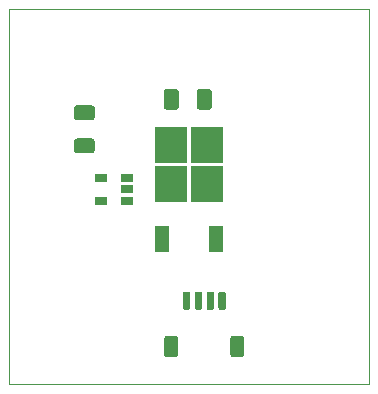
<source format=gbr>
G04 #@! TF.GenerationSoftware,KiCad,Pcbnew,(5.1.5)-3*
G04 #@! TF.CreationDate,2020-04-20T18:44:57+02:00*
G04 #@! TF.ProjectId,RS485-Modbus-Tiny-Sensor-Module,52533438-352d-44d6-9f64-6275732d5469,rev?*
G04 #@! TF.SameCoordinates,Original*
G04 #@! TF.FileFunction,Paste,Bot*
G04 #@! TF.FilePolarity,Positive*
%FSLAX46Y46*%
G04 Gerber Fmt 4.6, Leading zero omitted, Abs format (unit mm)*
G04 Created by KiCad (PCBNEW (5.1.5)-3) date 2020-04-20 18:44:57*
%MOMM*%
%LPD*%
G04 APERTURE LIST*
%ADD10C,0.050000*%
%ADD11R,2.750000X3.050000*%
%ADD12R,1.200000X2.200000*%
%ADD13C,0.100000*%
%ADD14R,1.060000X0.650000*%
G04 APERTURE END LIST*
D10*
X213360000Y-115570000D02*
X182880000Y-115570000D01*
X213360000Y-83820000D02*
X213360000Y-115570000D01*
X182880000Y-83820000D02*
X213360000Y-83820000D01*
X182880000Y-115570000D02*
X182880000Y-83820000D01*
D11*
X196595000Y-98635000D03*
X199645000Y-95285000D03*
X199645000Y-98635000D03*
X196595000Y-95285000D03*
D12*
X195840000Y-103260000D03*
X200400000Y-103260000D03*
D13*
G36*
X196964505Y-111466204D02*
G01*
X196988773Y-111469804D01*
X197012572Y-111475765D01*
X197035671Y-111484030D01*
X197057850Y-111494520D01*
X197078893Y-111507132D01*
X197098599Y-111521747D01*
X197116777Y-111538223D01*
X197133253Y-111556401D01*
X197147868Y-111576107D01*
X197160480Y-111597150D01*
X197170970Y-111619329D01*
X197179235Y-111642428D01*
X197185196Y-111666227D01*
X197188796Y-111690495D01*
X197190000Y-111714999D01*
X197190000Y-113015001D01*
X197188796Y-113039505D01*
X197185196Y-113063773D01*
X197179235Y-113087572D01*
X197170970Y-113110671D01*
X197160480Y-113132850D01*
X197147868Y-113153893D01*
X197133253Y-113173599D01*
X197116777Y-113191777D01*
X197098599Y-113208253D01*
X197078893Y-113222868D01*
X197057850Y-113235480D01*
X197035671Y-113245970D01*
X197012572Y-113254235D01*
X196988773Y-113260196D01*
X196964505Y-113263796D01*
X196940001Y-113265000D01*
X196239999Y-113265000D01*
X196215495Y-113263796D01*
X196191227Y-113260196D01*
X196167428Y-113254235D01*
X196144329Y-113245970D01*
X196122150Y-113235480D01*
X196101107Y-113222868D01*
X196081401Y-113208253D01*
X196063223Y-113191777D01*
X196046747Y-113173599D01*
X196032132Y-113153893D01*
X196019520Y-113132850D01*
X196009030Y-113110671D01*
X196000765Y-113087572D01*
X195994804Y-113063773D01*
X195991204Y-113039505D01*
X195990000Y-113015001D01*
X195990000Y-111714999D01*
X195991204Y-111690495D01*
X195994804Y-111666227D01*
X196000765Y-111642428D01*
X196009030Y-111619329D01*
X196019520Y-111597150D01*
X196032132Y-111576107D01*
X196046747Y-111556401D01*
X196063223Y-111538223D01*
X196081401Y-111521747D01*
X196101107Y-111507132D01*
X196122150Y-111494520D01*
X196144329Y-111484030D01*
X196167428Y-111475765D01*
X196191227Y-111469804D01*
X196215495Y-111466204D01*
X196239999Y-111465000D01*
X196940001Y-111465000D01*
X196964505Y-111466204D01*
G37*
G36*
X202564505Y-111466204D02*
G01*
X202588773Y-111469804D01*
X202612572Y-111475765D01*
X202635671Y-111484030D01*
X202657850Y-111494520D01*
X202678893Y-111507132D01*
X202698599Y-111521747D01*
X202716777Y-111538223D01*
X202733253Y-111556401D01*
X202747868Y-111576107D01*
X202760480Y-111597150D01*
X202770970Y-111619329D01*
X202779235Y-111642428D01*
X202785196Y-111666227D01*
X202788796Y-111690495D01*
X202790000Y-111714999D01*
X202790000Y-113015001D01*
X202788796Y-113039505D01*
X202785196Y-113063773D01*
X202779235Y-113087572D01*
X202770970Y-113110671D01*
X202760480Y-113132850D01*
X202747868Y-113153893D01*
X202733253Y-113173599D01*
X202716777Y-113191777D01*
X202698599Y-113208253D01*
X202678893Y-113222868D01*
X202657850Y-113235480D01*
X202635671Y-113245970D01*
X202612572Y-113254235D01*
X202588773Y-113260196D01*
X202564505Y-113263796D01*
X202540001Y-113265000D01*
X201839999Y-113265000D01*
X201815495Y-113263796D01*
X201791227Y-113260196D01*
X201767428Y-113254235D01*
X201744329Y-113245970D01*
X201722150Y-113235480D01*
X201701107Y-113222868D01*
X201681401Y-113208253D01*
X201663223Y-113191777D01*
X201646747Y-113173599D01*
X201632132Y-113153893D01*
X201619520Y-113132850D01*
X201609030Y-113110671D01*
X201600765Y-113087572D01*
X201594804Y-113063773D01*
X201591204Y-113039505D01*
X201590000Y-113015001D01*
X201590000Y-111714999D01*
X201591204Y-111690495D01*
X201594804Y-111666227D01*
X201600765Y-111642428D01*
X201609030Y-111619329D01*
X201619520Y-111597150D01*
X201632132Y-111576107D01*
X201646747Y-111556401D01*
X201663223Y-111538223D01*
X201681401Y-111521747D01*
X201701107Y-111507132D01*
X201722150Y-111494520D01*
X201744329Y-111484030D01*
X201767428Y-111475765D01*
X201791227Y-111469804D01*
X201815495Y-111466204D01*
X201839999Y-111465000D01*
X202540001Y-111465000D01*
X202564505Y-111466204D01*
G37*
G36*
X198054703Y-107715722D02*
G01*
X198069264Y-107717882D01*
X198083543Y-107721459D01*
X198097403Y-107726418D01*
X198110710Y-107732712D01*
X198123336Y-107740280D01*
X198135159Y-107749048D01*
X198146066Y-107758934D01*
X198155952Y-107769841D01*
X198164720Y-107781664D01*
X198172288Y-107794290D01*
X198178582Y-107807597D01*
X198183541Y-107821457D01*
X198187118Y-107835736D01*
X198189278Y-107850297D01*
X198190000Y-107865000D01*
X198190000Y-109115000D01*
X198189278Y-109129703D01*
X198187118Y-109144264D01*
X198183541Y-109158543D01*
X198178582Y-109172403D01*
X198172288Y-109185710D01*
X198164720Y-109198336D01*
X198155952Y-109210159D01*
X198146066Y-109221066D01*
X198135159Y-109230952D01*
X198123336Y-109239720D01*
X198110710Y-109247288D01*
X198097403Y-109253582D01*
X198083543Y-109258541D01*
X198069264Y-109262118D01*
X198054703Y-109264278D01*
X198040000Y-109265000D01*
X197740000Y-109265000D01*
X197725297Y-109264278D01*
X197710736Y-109262118D01*
X197696457Y-109258541D01*
X197682597Y-109253582D01*
X197669290Y-109247288D01*
X197656664Y-109239720D01*
X197644841Y-109230952D01*
X197633934Y-109221066D01*
X197624048Y-109210159D01*
X197615280Y-109198336D01*
X197607712Y-109185710D01*
X197601418Y-109172403D01*
X197596459Y-109158543D01*
X197592882Y-109144264D01*
X197590722Y-109129703D01*
X197590000Y-109115000D01*
X197590000Y-107865000D01*
X197590722Y-107850297D01*
X197592882Y-107835736D01*
X197596459Y-107821457D01*
X197601418Y-107807597D01*
X197607712Y-107794290D01*
X197615280Y-107781664D01*
X197624048Y-107769841D01*
X197633934Y-107758934D01*
X197644841Y-107749048D01*
X197656664Y-107740280D01*
X197669290Y-107732712D01*
X197682597Y-107726418D01*
X197696457Y-107721459D01*
X197710736Y-107717882D01*
X197725297Y-107715722D01*
X197740000Y-107715000D01*
X198040000Y-107715000D01*
X198054703Y-107715722D01*
G37*
G36*
X199054703Y-107715722D02*
G01*
X199069264Y-107717882D01*
X199083543Y-107721459D01*
X199097403Y-107726418D01*
X199110710Y-107732712D01*
X199123336Y-107740280D01*
X199135159Y-107749048D01*
X199146066Y-107758934D01*
X199155952Y-107769841D01*
X199164720Y-107781664D01*
X199172288Y-107794290D01*
X199178582Y-107807597D01*
X199183541Y-107821457D01*
X199187118Y-107835736D01*
X199189278Y-107850297D01*
X199190000Y-107865000D01*
X199190000Y-109115000D01*
X199189278Y-109129703D01*
X199187118Y-109144264D01*
X199183541Y-109158543D01*
X199178582Y-109172403D01*
X199172288Y-109185710D01*
X199164720Y-109198336D01*
X199155952Y-109210159D01*
X199146066Y-109221066D01*
X199135159Y-109230952D01*
X199123336Y-109239720D01*
X199110710Y-109247288D01*
X199097403Y-109253582D01*
X199083543Y-109258541D01*
X199069264Y-109262118D01*
X199054703Y-109264278D01*
X199040000Y-109265000D01*
X198740000Y-109265000D01*
X198725297Y-109264278D01*
X198710736Y-109262118D01*
X198696457Y-109258541D01*
X198682597Y-109253582D01*
X198669290Y-109247288D01*
X198656664Y-109239720D01*
X198644841Y-109230952D01*
X198633934Y-109221066D01*
X198624048Y-109210159D01*
X198615280Y-109198336D01*
X198607712Y-109185710D01*
X198601418Y-109172403D01*
X198596459Y-109158543D01*
X198592882Y-109144264D01*
X198590722Y-109129703D01*
X198590000Y-109115000D01*
X198590000Y-107865000D01*
X198590722Y-107850297D01*
X198592882Y-107835736D01*
X198596459Y-107821457D01*
X198601418Y-107807597D01*
X198607712Y-107794290D01*
X198615280Y-107781664D01*
X198624048Y-107769841D01*
X198633934Y-107758934D01*
X198644841Y-107749048D01*
X198656664Y-107740280D01*
X198669290Y-107732712D01*
X198682597Y-107726418D01*
X198696457Y-107721459D01*
X198710736Y-107717882D01*
X198725297Y-107715722D01*
X198740000Y-107715000D01*
X199040000Y-107715000D01*
X199054703Y-107715722D01*
G37*
G36*
X200054703Y-107715722D02*
G01*
X200069264Y-107717882D01*
X200083543Y-107721459D01*
X200097403Y-107726418D01*
X200110710Y-107732712D01*
X200123336Y-107740280D01*
X200135159Y-107749048D01*
X200146066Y-107758934D01*
X200155952Y-107769841D01*
X200164720Y-107781664D01*
X200172288Y-107794290D01*
X200178582Y-107807597D01*
X200183541Y-107821457D01*
X200187118Y-107835736D01*
X200189278Y-107850297D01*
X200190000Y-107865000D01*
X200190000Y-109115000D01*
X200189278Y-109129703D01*
X200187118Y-109144264D01*
X200183541Y-109158543D01*
X200178582Y-109172403D01*
X200172288Y-109185710D01*
X200164720Y-109198336D01*
X200155952Y-109210159D01*
X200146066Y-109221066D01*
X200135159Y-109230952D01*
X200123336Y-109239720D01*
X200110710Y-109247288D01*
X200097403Y-109253582D01*
X200083543Y-109258541D01*
X200069264Y-109262118D01*
X200054703Y-109264278D01*
X200040000Y-109265000D01*
X199740000Y-109265000D01*
X199725297Y-109264278D01*
X199710736Y-109262118D01*
X199696457Y-109258541D01*
X199682597Y-109253582D01*
X199669290Y-109247288D01*
X199656664Y-109239720D01*
X199644841Y-109230952D01*
X199633934Y-109221066D01*
X199624048Y-109210159D01*
X199615280Y-109198336D01*
X199607712Y-109185710D01*
X199601418Y-109172403D01*
X199596459Y-109158543D01*
X199592882Y-109144264D01*
X199590722Y-109129703D01*
X199590000Y-109115000D01*
X199590000Y-107865000D01*
X199590722Y-107850297D01*
X199592882Y-107835736D01*
X199596459Y-107821457D01*
X199601418Y-107807597D01*
X199607712Y-107794290D01*
X199615280Y-107781664D01*
X199624048Y-107769841D01*
X199633934Y-107758934D01*
X199644841Y-107749048D01*
X199656664Y-107740280D01*
X199669290Y-107732712D01*
X199682597Y-107726418D01*
X199696457Y-107721459D01*
X199710736Y-107717882D01*
X199725297Y-107715722D01*
X199740000Y-107715000D01*
X200040000Y-107715000D01*
X200054703Y-107715722D01*
G37*
G36*
X201054703Y-107715722D02*
G01*
X201069264Y-107717882D01*
X201083543Y-107721459D01*
X201097403Y-107726418D01*
X201110710Y-107732712D01*
X201123336Y-107740280D01*
X201135159Y-107749048D01*
X201146066Y-107758934D01*
X201155952Y-107769841D01*
X201164720Y-107781664D01*
X201172288Y-107794290D01*
X201178582Y-107807597D01*
X201183541Y-107821457D01*
X201187118Y-107835736D01*
X201189278Y-107850297D01*
X201190000Y-107865000D01*
X201190000Y-109115000D01*
X201189278Y-109129703D01*
X201187118Y-109144264D01*
X201183541Y-109158543D01*
X201178582Y-109172403D01*
X201172288Y-109185710D01*
X201164720Y-109198336D01*
X201155952Y-109210159D01*
X201146066Y-109221066D01*
X201135159Y-109230952D01*
X201123336Y-109239720D01*
X201110710Y-109247288D01*
X201097403Y-109253582D01*
X201083543Y-109258541D01*
X201069264Y-109262118D01*
X201054703Y-109264278D01*
X201040000Y-109265000D01*
X200740000Y-109265000D01*
X200725297Y-109264278D01*
X200710736Y-109262118D01*
X200696457Y-109258541D01*
X200682597Y-109253582D01*
X200669290Y-109247288D01*
X200656664Y-109239720D01*
X200644841Y-109230952D01*
X200633934Y-109221066D01*
X200624048Y-109210159D01*
X200615280Y-109198336D01*
X200607712Y-109185710D01*
X200601418Y-109172403D01*
X200596459Y-109158543D01*
X200592882Y-109144264D01*
X200590722Y-109129703D01*
X200590000Y-109115000D01*
X200590000Y-107865000D01*
X200590722Y-107850297D01*
X200592882Y-107835736D01*
X200596459Y-107821457D01*
X200601418Y-107807597D01*
X200607712Y-107794290D01*
X200615280Y-107781664D01*
X200624048Y-107769841D01*
X200633934Y-107758934D01*
X200644841Y-107749048D01*
X200656664Y-107740280D01*
X200669290Y-107732712D01*
X200682597Y-107726418D01*
X200696457Y-107721459D01*
X200710736Y-107717882D01*
X200725297Y-107715722D01*
X200740000Y-107715000D01*
X201040000Y-107715000D01*
X201054703Y-107715722D01*
G37*
D14*
X190670000Y-98110000D03*
X190670000Y-100010000D03*
X192870000Y-100010000D03*
X192870000Y-99060000D03*
X192870000Y-98110000D03*
D13*
G36*
X189879504Y-91956204D02*
G01*
X189903773Y-91959804D01*
X189927571Y-91965765D01*
X189950671Y-91974030D01*
X189972849Y-91984520D01*
X189993893Y-91997133D01*
X190013598Y-92011747D01*
X190031777Y-92028223D01*
X190048253Y-92046402D01*
X190062867Y-92066107D01*
X190075480Y-92087151D01*
X190085970Y-92109329D01*
X190094235Y-92132429D01*
X190100196Y-92156227D01*
X190103796Y-92180496D01*
X190105000Y-92205000D01*
X190105000Y-92955000D01*
X190103796Y-92979504D01*
X190100196Y-93003773D01*
X190094235Y-93027571D01*
X190085970Y-93050671D01*
X190075480Y-93072849D01*
X190062867Y-93093893D01*
X190048253Y-93113598D01*
X190031777Y-93131777D01*
X190013598Y-93148253D01*
X189993893Y-93162867D01*
X189972849Y-93175480D01*
X189950671Y-93185970D01*
X189927571Y-93194235D01*
X189903773Y-93200196D01*
X189879504Y-93203796D01*
X189855000Y-93205000D01*
X188605000Y-93205000D01*
X188580496Y-93203796D01*
X188556227Y-93200196D01*
X188532429Y-93194235D01*
X188509329Y-93185970D01*
X188487151Y-93175480D01*
X188466107Y-93162867D01*
X188446402Y-93148253D01*
X188428223Y-93131777D01*
X188411747Y-93113598D01*
X188397133Y-93093893D01*
X188384520Y-93072849D01*
X188374030Y-93050671D01*
X188365765Y-93027571D01*
X188359804Y-93003773D01*
X188356204Y-92979504D01*
X188355000Y-92955000D01*
X188355000Y-92205000D01*
X188356204Y-92180496D01*
X188359804Y-92156227D01*
X188365765Y-92132429D01*
X188374030Y-92109329D01*
X188384520Y-92087151D01*
X188397133Y-92066107D01*
X188411747Y-92046402D01*
X188428223Y-92028223D01*
X188446402Y-92011747D01*
X188466107Y-91997133D01*
X188487151Y-91984520D01*
X188509329Y-91974030D01*
X188532429Y-91965765D01*
X188556227Y-91959804D01*
X188580496Y-91956204D01*
X188605000Y-91955000D01*
X189855000Y-91955000D01*
X189879504Y-91956204D01*
G37*
G36*
X189879504Y-94756204D02*
G01*
X189903773Y-94759804D01*
X189927571Y-94765765D01*
X189950671Y-94774030D01*
X189972849Y-94784520D01*
X189993893Y-94797133D01*
X190013598Y-94811747D01*
X190031777Y-94828223D01*
X190048253Y-94846402D01*
X190062867Y-94866107D01*
X190075480Y-94887151D01*
X190085970Y-94909329D01*
X190094235Y-94932429D01*
X190100196Y-94956227D01*
X190103796Y-94980496D01*
X190105000Y-95005000D01*
X190105000Y-95755000D01*
X190103796Y-95779504D01*
X190100196Y-95803773D01*
X190094235Y-95827571D01*
X190085970Y-95850671D01*
X190075480Y-95872849D01*
X190062867Y-95893893D01*
X190048253Y-95913598D01*
X190031777Y-95931777D01*
X190013598Y-95948253D01*
X189993893Y-95962867D01*
X189972849Y-95975480D01*
X189950671Y-95985970D01*
X189927571Y-95994235D01*
X189903773Y-96000196D01*
X189879504Y-96003796D01*
X189855000Y-96005000D01*
X188605000Y-96005000D01*
X188580496Y-96003796D01*
X188556227Y-96000196D01*
X188532429Y-95994235D01*
X188509329Y-95985970D01*
X188487151Y-95975480D01*
X188466107Y-95962867D01*
X188446402Y-95948253D01*
X188428223Y-95931777D01*
X188411747Y-95913598D01*
X188397133Y-95893893D01*
X188384520Y-95872849D01*
X188374030Y-95850671D01*
X188365765Y-95827571D01*
X188359804Y-95803773D01*
X188356204Y-95779504D01*
X188355000Y-95755000D01*
X188355000Y-95005000D01*
X188356204Y-94980496D01*
X188359804Y-94956227D01*
X188365765Y-94932429D01*
X188374030Y-94909329D01*
X188384520Y-94887151D01*
X188397133Y-94866107D01*
X188411747Y-94846402D01*
X188428223Y-94828223D01*
X188446402Y-94811747D01*
X188466107Y-94797133D01*
X188487151Y-94784520D01*
X188509329Y-94774030D01*
X188532429Y-94765765D01*
X188556227Y-94759804D01*
X188580496Y-94756204D01*
X188605000Y-94755000D01*
X189855000Y-94755000D01*
X189879504Y-94756204D01*
G37*
G36*
X199789504Y-90566204D02*
G01*
X199813773Y-90569804D01*
X199837571Y-90575765D01*
X199860671Y-90584030D01*
X199882849Y-90594520D01*
X199903893Y-90607133D01*
X199923598Y-90621747D01*
X199941777Y-90638223D01*
X199958253Y-90656402D01*
X199972867Y-90676107D01*
X199985480Y-90697151D01*
X199995970Y-90719329D01*
X200004235Y-90742429D01*
X200010196Y-90766227D01*
X200013796Y-90790496D01*
X200015000Y-90815000D01*
X200015000Y-92065000D01*
X200013796Y-92089504D01*
X200010196Y-92113773D01*
X200004235Y-92137571D01*
X199995970Y-92160671D01*
X199985480Y-92182849D01*
X199972867Y-92203893D01*
X199958253Y-92223598D01*
X199941777Y-92241777D01*
X199923598Y-92258253D01*
X199903893Y-92272867D01*
X199882849Y-92285480D01*
X199860671Y-92295970D01*
X199837571Y-92304235D01*
X199813773Y-92310196D01*
X199789504Y-92313796D01*
X199765000Y-92315000D01*
X199015000Y-92315000D01*
X198990496Y-92313796D01*
X198966227Y-92310196D01*
X198942429Y-92304235D01*
X198919329Y-92295970D01*
X198897151Y-92285480D01*
X198876107Y-92272867D01*
X198856402Y-92258253D01*
X198838223Y-92241777D01*
X198821747Y-92223598D01*
X198807133Y-92203893D01*
X198794520Y-92182849D01*
X198784030Y-92160671D01*
X198775765Y-92137571D01*
X198769804Y-92113773D01*
X198766204Y-92089504D01*
X198765000Y-92065000D01*
X198765000Y-90815000D01*
X198766204Y-90790496D01*
X198769804Y-90766227D01*
X198775765Y-90742429D01*
X198784030Y-90719329D01*
X198794520Y-90697151D01*
X198807133Y-90676107D01*
X198821747Y-90656402D01*
X198838223Y-90638223D01*
X198856402Y-90621747D01*
X198876107Y-90607133D01*
X198897151Y-90594520D01*
X198919329Y-90584030D01*
X198942429Y-90575765D01*
X198966227Y-90569804D01*
X198990496Y-90566204D01*
X199015000Y-90565000D01*
X199765000Y-90565000D01*
X199789504Y-90566204D01*
G37*
G36*
X196989504Y-90566204D02*
G01*
X197013773Y-90569804D01*
X197037571Y-90575765D01*
X197060671Y-90584030D01*
X197082849Y-90594520D01*
X197103893Y-90607133D01*
X197123598Y-90621747D01*
X197141777Y-90638223D01*
X197158253Y-90656402D01*
X197172867Y-90676107D01*
X197185480Y-90697151D01*
X197195970Y-90719329D01*
X197204235Y-90742429D01*
X197210196Y-90766227D01*
X197213796Y-90790496D01*
X197215000Y-90815000D01*
X197215000Y-92065000D01*
X197213796Y-92089504D01*
X197210196Y-92113773D01*
X197204235Y-92137571D01*
X197195970Y-92160671D01*
X197185480Y-92182849D01*
X197172867Y-92203893D01*
X197158253Y-92223598D01*
X197141777Y-92241777D01*
X197123598Y-92258253D01*
X197103893Y-92272867D01*
X197082849Y-92285480D01*
X197060671Y-92295970D01*
X197037571Y-92304235D01*
X197013773Y-92310196D01*
X196989504Y-92313796D01*
X196965000Y-92315000D01*
X196215000Y-92315000D01*
X196190496Y-92313796D01*
X196166227Y-92310196D01*
X196142429Y-92304235D01*
X196119329Y-92295970D01*
X196097151Y-92285480D01*
X196076107Y-92272867D01*
X196056402Y-92258253D01*
X196038223Y-92241777D01*
X196021747Y-92223598D01*
X196007133Y-92203893D01*
X195994520Y-92182849D01*
X195984030Y-92160671D01*
X195975765Y-92137571D01*
X195969804Y-92113773D01*
X195966204Y-92089504D01*
X195965000Y-92065000D01*
X195965000Y-90815000D01*
X195966204Y-90790496D01*
X195969804Y-90766227D01*
X195975765Y-90742429D01*
X195984030Y-90719329D01*
X195994520Y-90697151D01*
X196007133Y-90676107D01*
X196021747Y-90656402D01*
X196038223Y-90638223D01*
X196056402Y-90621747D01*
X196076107Y-90607133D01*
X196097151Y-90594520D01*
X196119329Y-90584030D01*
X196142429Y-90575765D01*
X196166227Y-90569804D01*
X196190496Y-90566204D01*
X196215000Y-90565000D01*
X196965000Y-90565000D01*
X196989504Y-90566204D01*
G37*
M02*

</source>
